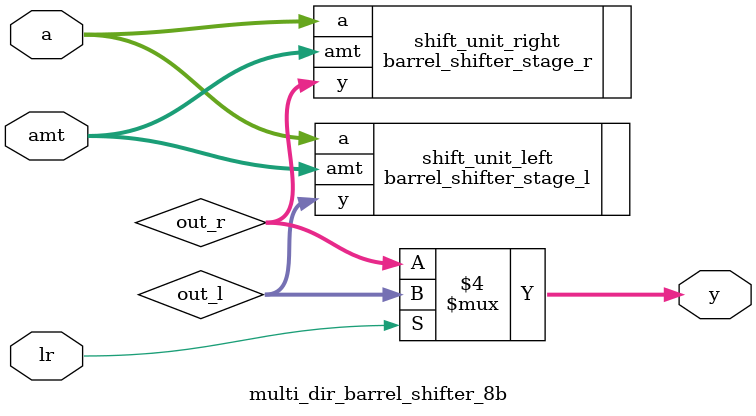
<source format=v>

module multi_dir_barrel_shifter_8b
    (
    input  wire[7:0] a,
    input  wire[2:0] amt,
    input  wire      lr,   // left is 1, right is 0
    output reg[7:0]  y
    );

    // signal declaration
    wire[7:0] out_l, out_r;

    // instantiate shifters
    barrel_shifter_stage_l shift_unit_left
        (.a(a), .amt(amt), .y(out_l));
    barrel_shifter_stage_r shift_unit_right
            (.a(a), .amt(amt), .y(out_r));

    // body
    always @*
    begin
        if (lr == 1'b0) 
            y = out_r;
        else 
            y = out_l;
    end

endmodule

</source>
